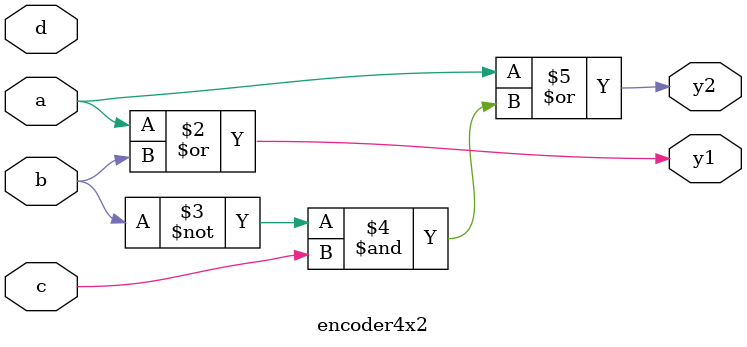
<source format=v>
module encoder4x2(a,b,c,d,y1,y2);
  input a,b,c,d;
  output reg y1,y2;
  always @(*) begin
    y1= a|b;
    y2=a|(~(b)&c);
  end
endmodule

</source>
